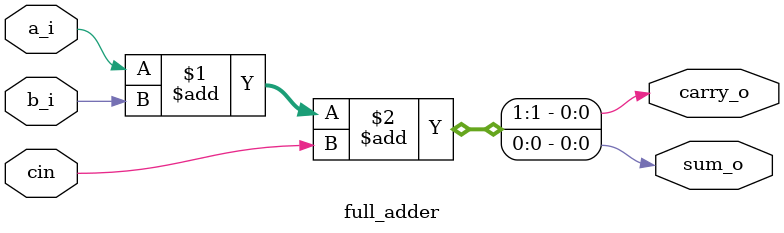
<source format=v>
module full_adder (
    input a_i, b_i, cin,
    output sum_o, carry_o
);

    assign {carry_o, sum_o} = a_i + b_i + cin;

endmodule
</source>
